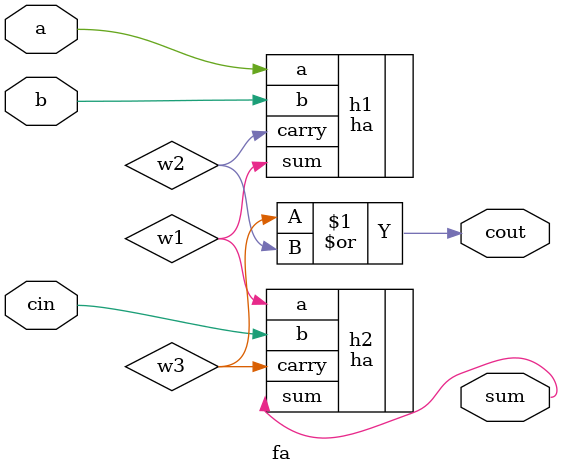
<source format=v>
module fa(a,b,cin,sum,cout);
input a,b,cin;
output sum,cout;
wire w1,w2,w3;
ha h1(.a(a),.b(b),.sum(w1),.carry(w2));
ha h2(.a(w1),.b(cin),.sum(sum),.carry(w3));
or(cout,w3,w2);
endmodule

/*
module ha(a,b,sum,carry);
input a,b;
output sum,carry;
xor(sum,a,b);
and(carry,a,b);
endmodule

*/

</source>
